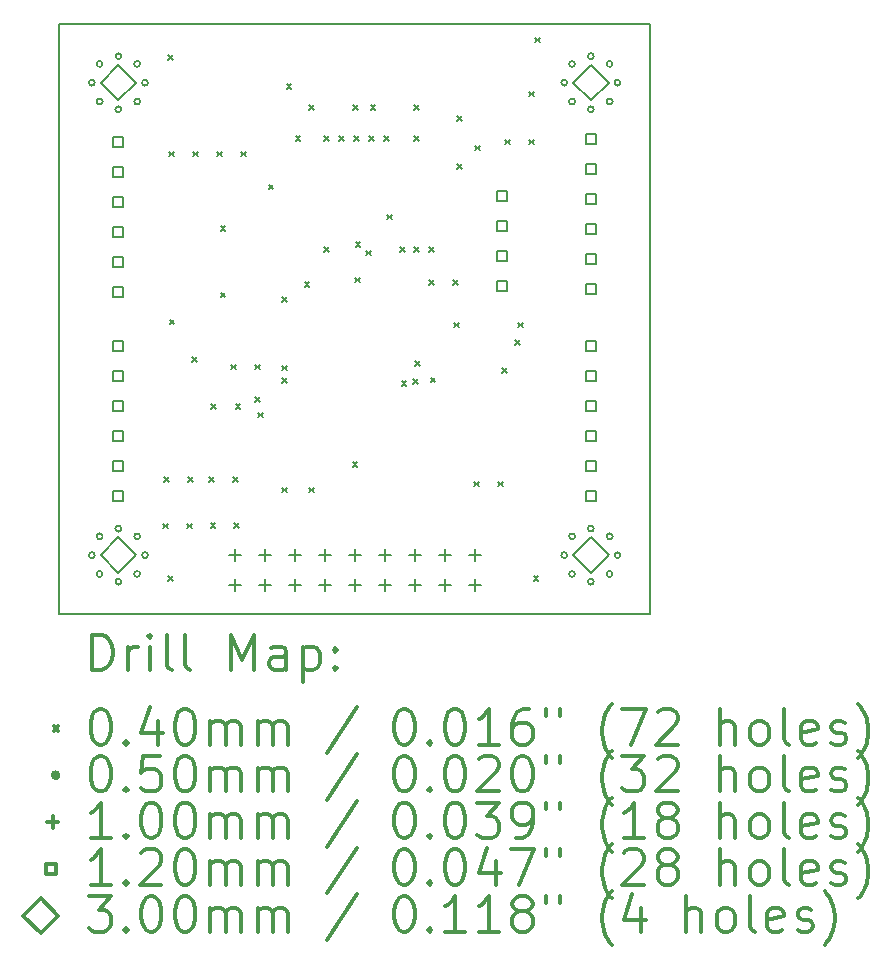
<source format=gbr>
%FSLAX45Y45*%
G04 Gerber Fmt 4.5, Leading zero omitted, Abs format (unit mm)*
G04 Created by KiCad (PCBNEW 5.0.0) date Sun Oct 21 13:39:20 2018*
%MOMM*%
%LPD*%
G01*
G04 APERTURE LIST*
%ADD10C,0.150000*%
%ADD11C,0.200000*%
%ADD12C,0.300000*%
G04 APERTURE END LIST*
D10*
X18000000Y-12500000D02*
X18000000Y-7500000D01*
X13000000Y-12500000D02*
X18000000Y-12500000D01*
X13000000Y-7500000D02*
X13000000Y-12500000D01*
X18000000Y-7500000D02*
X13000000Y-7500000D01*
D11*
X13880000Y-11732500D02*
X13920000Y-11772500D01*
X13920000Y-11732500D02*
X13880000Y-11772500D01*
X13885000Y-11340000D02*
X13925000Y-11380000D01*
X13925000Y-11340000D02*
X13885000Y-11380000D01*
X13920800Y-7768900D02*
X13960800Y-7808900D01*
X13960800Y-7768900D02*
X13920800Y-7808900D01*
X13920800Y-12179400D02*
X13960800Y-12219400D01*
X13960800Y-12179400D02*
X13920800Y-12219400D01*
X13932000Y-8583500D02*
X13972000Y-8623500D01*
X13972000Y-8583500D02*
X13932000Y-8623500D01*
X13933500Y-10005000D02*
X13973500Y-10045000D01*
X13973500Y-10005000D02*
X13933500Y-10045000D01*
X14080000Y-11732500D02*
X14120000Y-11772500D01*
X14120000Y-11732500D02*
X14080000Y-11772500D01*
X14090000Y-11340000D02*
X14130000Y-11380000D01*
X14130000Y-11340000D02*
X14090000Y-11380000D01*
X14124000Y-10322500D02*
X14164000Y-10362500D01*
X14164000Y-10322500D02*
X14124000Y-10362500D01*
X14135200Y-8583500D02*
X14175200Y-8623500D01*
X14175200Y-8583500D02*
X14135200Y-8623500D01*
X14267500Y-11340000D02*
X14307500Y-11380000D01*
X14307500Y-11340000D02*
X14267500Y-11380000D01*
X14280000Y-11730000D02*
X14320000Y-11770000D01*
X14320000Y-11730000D02*
X14280000Y-11770000D01*
X14287500Y-10720000D02*
X14327500Y-10760000D01*
X14327500Y-10720000D02*
X14287500Y-10760000D01*
X14338400Y-8583500D02*
X14378400Y-8623500D01*
X14378400Y-8583500D02*
X14338400Y-8623500D01*
X14365300Y-9217000D02*
X14405300Y-9257000D01*
X14405300Y-9217000D02*
X14365300Y-9257000D01*
X14365300Y-9777000D02*
X14405300Y-9817000D01*
X14405300Y-9777000D02*
X14365300Y-9817000D01*
X14453300Y-10386000D02*
X14493300Y-10426000D01*
X14493300Y-10386000D02*
X14453300Y-10426000D01*
X14472500Y-11340000D02*
X14512500Y-11380000D01*
X14512500Y-11340000D02*
X14472500Y-11380000D01*
X14480000Y-11730000D02*
X14520000Y-11770000D01*
X14520000Y-11730000D02*
X14480000Y-11770000D01*
X14492500Y-10720000D02*
X14532500Y-10760000D01*
X14532500Y-10720000D02*
X14492500Y-10760000D01*
X14541600Y-8583500D02*
X14581600Y-8623500D01*
X14581600Y-8583500D02*
X14541600Y-8623500D01*
X14655002Y-10659833D02*
X14695002Y-10699833D01*
X14695002Y-10659833D02*
X14655002Y-10699833D01*
X14658300Y-10386000D02*
X14698300Y-10426000D01*
X14698300Y-10386000D02*
X14658300Y-10426000D01*
X14682800Y-10792400D02*
X14722800Y-10832400D01*
X14722800Y-10792400D02*
X14682800Y-10832400D01*
X14771700Y-8862900D02*
X14811700Y-8902900D01*
X14811700Y-8862900D02*
X14771700Y-8902900D01*
X14883660Y-10502999D02*
X14923660Y-10542999D01*
X14923660Y-10502999D02*
X14883660Y-10542999D01*
X14886000Y-9814500D02*
X14926000Y-9854500D01*
X14926000Y-9814500D02*
X14886000Y-9854500D01*
X14886000Y-11428300D02*
X14926000Y-11468300D01*
X14926000Y-11428300D02*
X14886000Y-11468300D01*
X14888340Y-10396001D02*
X14928340Y-10436001D01*
X14928340Y-10396001D02*
X14888340Y-10436001D01*
X14924100Y-8010200D02*
X14964100Y-8050200D01*
X14964100Y-8010200D02*
X14924100Y-8050200D01*
X15000501Y-8452500D02*
X15040501Y-8492500D01*
X15040501Y-8452500D02*
X15000501Y-8492500D01*
X15076500Y-9687500D02*
X15116500Y-9727500D01*
X15116500Y-9687500D02*
X15076500Y-9727500D01*
X15114600Y-11428300D02*
X15154600Y-11468300D01*
X15154600Y-11428300D02*
X15114600Y-11468300D01*
X15117500Y-8192500D02*
X15157500Y-8232500D01*
X15157500Y-8192500D02*
X15117500Y-8232500D01*
X15244500Y-8452500D02*
X15284500Y-8492500D01*
X15284500Y-8452500D02*
X15244500Y-8492500D01*
X15244500Y-9392500D02*
X15284500Y-9432500D01*
X15284500Y-9392500D02*
X15244500Y-9432500D01*
X15371500Y-8452500D02*
X15411500Y-8492500D01*
X15411500Y-8452500D02*
X15371500Y-8492500D01*
X15482900Y-11210600D02*
X15522900Y-11250600D01*
X15522900Y-11210600D02*
X15482900Y-11250600D01*
X15490499Y-8192500D02*
X15530499Y-8232500D01*
X15530499Y-8192500D02*
X15490499Y-8232500D01*
X15498500Y-8452500D02*
X15538500Y-8492500D01*
X15538500Y-8452500D02*
X15498500Y-8492500D01*
X15507400Y-9649400D02*
X15547400Y-9689400D01*
X15547400Y-9649400D02*
X15507400Y-9689400D01*
X15508766Y-9348765D02*
X15548766Y-9388765D01*
X15548766Y-9348765D02*
X15508766Y-9388765D01*
X15596734Y-9421266D02*
X15636734Y-9461266D01*
X15636734Y-9421266D02*
X15596734Y-9461266D01*
X15625500Y-8452500D02*
X15665500Y-8492500D01*
X15665500Y-8452500D02*
X15625500Y-8492500D01*
X15635501Y-8192500D02*
X15675501Y-8232500D01*
X15675501Y-8192500D02*
X15635501Y-8232500D01*
X15752500Y-8452500D02*
X15792500Y-8492500D01*
X15792500Y-8452500D02*
X15752500Y-8492500D01*
X15775000Y-9116000D02*
X15815000Y-9156000D01*
X15815000Y-9116000D02*
X15775000Y-9156000D01*
X15883429Y-9392922D02*
X15923429Y-9432922D01*
X15923429Y-9392922D02*
X15883429Y-9432922D01*
X15897282Y-10527658D02*
X15937282Y-10567658D01*
X15937282Y-10527658D02*
X15897282Y-10567658D01*
X15997756Y-10511027D02*
X16037756Y-10551027D01*
X16037756Y-10511027D02*
X15997756Y-10551027D01*
X16006500Y-8192500D02*
X16046500Y-8232500D01*
X16046500Y-8192500D02*
X16006500Y-8232500D01*
X16006500Y-8452500D02*
X16046500Y-8492500D01*
X16046500Y-8452500D02*
X16006500Y-8492500D01*
X16006500Y-9392500D02*
X16046500Y-9432500D01*
X16046500Y-9392500D02*
X16006500Y-9432500D01*
X16009632Y-10356078D02*
X16049632Y-10396078D01*
X16049632Y-10356078D02*
X16009632Y-10396078D01*
X16130600Y-9673900D02*
X16170600Y-9713900D01*
X16170600Y-9673900D02*
X16130600Y-9713900D01*
X16133500Y-9392500D02*
X16173500Y-9432500D01*
X16173500Y-9392500D02*
X16133500Y-9432500D01*
X16142757Y-10496426D02*
X16182757Y-10536426D01*
X16182757Y-10496426D02*
X16142757Y-10536426D01*
X16333800Y-9673900D02*
X16373800Y-9713900D01*
X16373800Y-9673900D02*
X16333800Y-9713900D01*
X16343200Y-10030400D02*
X16383200Y-10070400D01*
X16383200Y-10030400D02*
X16343200Y-10070400D01*
X16370400Y-8280500D02*
X16410400Y-8320500D01*
X16410400Y-8280500D02*
X16370400Y-8320500D01*
X16370400Y-8686900D02*
X16410400Y-8726900D01*
X16410400Y-8686900D02*
X16370400Y-8726900D01*
X16511600Y-11377500D02*
X16551600Y-11417500D01*
X16551600Y-11377500D02*
X16511600Y-11417500D01*
X16522800Y-8533600D02*
X16562800Y-8573600D01*
X16562800Y-8533600D02*
X16522800Y-8573600D01*
X16714800Y-11377500D02*
X16754800Y-11417500D01*
X16754800Y-11377500D02*
X16714800Y-11417500D01*
X16747331Y-10416266D02*
X16787331Y-10456266D01*
X16787331Y-10416266D02*
X16747331Y-10456266D01*
X16776800Y-8481900D02*
X16816800Y-8521900D01*
X16816800Y-8481900D02*
X16776800Y-8521900D01*
X16860942Y-10179790D02*
X16900942Y-10219790D01*
X16900942Y-10179790D02*
X16860942Y-10219790D01*
X16883200Y-10030400D02*
X16923200Y-10070400D01*
X16923200Y-10030400D02*
X16883200Y-10070400D01*
X16980000Y-8075500D02*
X17020000Y-8115500D01*
X17020000Y-8075500D02*
X16980000Y-8115500D01*
X16980000Y-8481900D02*
X17020000Y-8521900D01*
X17020000Y-8481900D02*
X16980000Y-8521900D01*
X17016000Y-12175000D02*
X17056000Y-12215000D01*
X17056000Y-12175000D02*
X17016000Y-12215000D01*
X17030800Y-7619200D02*
X17070800Y-7659200D01*
X17070800Y-7619200D02*
X17030800Y-7659200D01*
X17300000Y-8000000D02*
G75*
G03X17300000Y-8000000I-25000J0D01*
G01*
X17365901Y-7840901D02*
G75*
G03X17365901Y-7840901I-25000J0D01*
G01*
X17365901Y-8159099D02*
G75*
G03X17365901Y-8159099I-25000J0D01*
G01*
X17525000Y-7775000D02*
G75*
G03X17525000Y-7775000I-25000J0D01*
G01*
X17525000Y-8225000D02*
G75*
G03X17525000Y-8225000I-25000J0D01*
G01*
X17684099Y-7840901D02*
G75*
G03X17684099Y-7840901I-25000J0D01*
G01*
X17684099Y-8159099D02*
G75*
G03X17684099Y-8159099I-25000J0D01*
G01*
X17750000Y-8000000D02*
G75*
G03X17750000Y-8000000I-25000J0D01*
G01*
X13300000Y-8000000D02*
G75*
G03X13300000Y-8000000I-25000J0D01*
G01*
X13365901Y-7840901D02*
G75*
G03X13365901Y-7840901I-25000J0D01*
G01*
X13365901Y-8159099D02*
G75*
G03X13365901Y-8159099I-25000J0D01*
G01*
X13525000Y-7775000D02*
G75*
G03X13525000Y-7775000I-25000J0D01*
G01*
X13525000Y-8225000D02*
G75*
G03X13525000Y-8225000I-25000J0D01*
G01*
X13684099Y-7840901D02*
G75*
G03X13684099Y-7840901I-25000J0D01*
G01*
X13684099Y-8159099D02*
G75*
G03X13684099Y-8159099I-25000J0D01*
G01*
X13750000Y-8000000D02*
G75*
G03X13750000Y-8000000I-25000J0D01*
G01*
X17300000Y-12000000D02*
G75*
G03X17300000Y-12000000I-25000J0D01*
G01*
X17365901Y-11840901D02*
G75*
G03X17365901Y-11840901I-25000J0D01*
G01*
X17365901Y-12159099D02*
G75*
G03X17365901Y-12159099I-25000J0D01*
G01*
X17525000Y-11775000D02*
G75*
G03X17525000Y-11775000I-25000J0D01*
G01*
X17525000Y-12225000D02*
G75*
G03X17525000Y-12225000I-25000J0D01*
G01*
X17684099Y-11840901D02*
G75*
G03X17684099Y-11840901I-25000J0D01*
G01*
X17684099Y-12159099D02*
G75*
G03X17684099Y-12159099I-25000J0D01*
G01*
X17750000Y-12000000D02*
G75*
G03X17750000Y-12000000I-25000J0D01*
G01*
X13300000Y-12000000D02*
G75*
G03X13300000Y-12000000I-25000J0D01*
G01*
X13365901Y-11840901D02*
G75*
G03X13365901Y-11840901I-25000J0D01*
G01*
X13365901Y-12159099D02*
G75*
G03X13365901Y-12159099I-25000J0D01*
G01*
X13525000Y-11775000D02*
G75*
G03X13525000Y-11775000I-25000J0D01*
G01*
X13525000Y-12225000D02*
G75*
G03X13525000Y-12225000I-25000J0D01*
G01*
X13684099Y-11840901D02*
G75*
G03X13684099Y-11840901I-25000J0D01*
G01*
X13684099Y-12159099D02*
G75*
G03X13684099Y-12159099I-25000J0D01*
G01*
X13750000Y-12000000D02*
G75*
G03X13750000Y-12000000I-25000J0D01*
G01*
X14484000Y-11950000D02*
X14484000Y-12050000D01*
X14434000Y-12000000D02*
X14534000Y-12000000D01*
X14484000Y-12204000D02*
X14484000Y-12304000D01*
X14434000Y-12254000D02*
X14534000Y-12254000D01*
X14738000Y-11950000D02*
X14738000Y-12050000D01*
X14688000Y-12000000D02*
X14788000Y-12000000D01*
X14738000Y-12204000D02*
X14738000Y-12304000D01*
X14688000Y-12254000D02*
X14788000Y-12254000D01*
X14992000Y-11950000D02*
X14992000Y-12050000D01*
X14942000Y-12000000D02*
X15042000Y-12000000D01*
X14992000Y-12204000D02*
X14992000Y-12304000D01*
X14942000Y-12254000D02*
X15042000Y-12254000D01*
X15246000Y-11950000D02*
X15246000Y-12050000D01*
X15196000Y-12000000D02*
X15296000Y-12000000D01*
X15246000Y-12204000D02*
X15246000Y-12304000D01*
X15196000Y-12254000D02*
X15296000Y-12254000D01*
X15500000Y-11950000D02*
X15500000Y-12050000D01*
X15450000Y-12000000D02*
X15550000Y-12000000D01*
X15500000Y-12204000D02*
X15500000Y-12304000D01*
X15450000Y-12254000D02*
X15550000Y-12254000D01*
X15754000Y-11950000D02*
X15754000Y-12050000D01*
X15704000Y-12000000D02*
X15804000Y-12000000D01*
X15754000Y-12204000D02*
X15754000Y-12304000D01*
X15704000Y-12254000D02*
X15804000Y-12254000D01*
X16008000Y-11950000D02*
X16008000Y-12050000D01*
X15958000Y-12000000D02*
X16058000Y-12000000D01*
X16008000Y-12204000D02*
X16008000Y-12304000D01*
X15958000Y-12254000D02*
X16058000Y-12254000D01*
X16262000Y-11950000D02*
X16262000Y-12050000D01*
X16212000Y-12000000D02*
X16312000Y-12000000D01*
X16262000Y-12204000D02*
X16262000Y-12304000D01*
X16212000Y-12254000D02*
X16312000Y-12254000D01*
X16516000Y-11950000D02*
X16516000Y-12050000D01*
X16466000Y-12000000D02*
X16566000Y-12000000D01*
X16516000Y-12204000D02*
X16516000Y-12304000D01*
X16466000Y-12254000D02*
X16566000Y-12254000D01*
X16788427Y-9002427D02*
X16788427Y-8917573D01*
X16703573Y-8917573D01*
X16703573Y-9002427D01*
X16788427Y-9002427D01*
X16788427Y-9256427D02*
X16788427Y-9171573D01*
X16703573Y-9171573D01*
X16703573Y-9256427D01*
X16788427Y-9256427D01*
X16788427Y-9510427D02*
X16788427Y-9425573D01*
X16703573Y-9425573D01*
X16703573Y-9510427D01*
X16788427Y-9510427D01*
X16788427Y-9764427D02*
X16788427Y-9679573D01*
X16703573Y-9679573D01*
X16703573Y-9764427D01*
X16788427Y-9764427D01*
X13542427Y-8542427D02*
X13542427Y-8457573D01*
X13457573Y-8457573D01*
X13457573Y-8542427D01*
X13542427Y-8542427D01*
X13542427Y-8796427D02*
X13542427Y-8711573D01*
X13457573Y-8711573D01*
X13457573Y-8796427D01*
X13542427Y-8796427D01*
X13542427Y-9050427D02*
X13542427Y-8965573D01*
X13457573Y-8965573D01*
X13457573Y-9050427D01*
X13542427Y-9050427D01*
X13542427Y-9304427D02*
X13542427Y-9219573D01*
X13457573Y-9219573D01*
X13457573Y-9304427D01*
X13542427Y-9304427D01*
X13542427Y-9558427D02*
X13542427Y-9473573D01*
X13457573Y-9473573D01*
X13457573Y-9558427D01*
X13542427Y-9558427D01*
X13542427Y-9812427D02*
X13542427Y-9727573D01*
X13457573Y-9727573D01*
X13457573Y-9812427D01*
X13542427Y-9812427D01*
X13542427Y-10272427D02*
X13542427Y-10187573D01*
X13457573Y-10187573D01*
X13457573Y-10272427D01*
X13542427Y-10272427D01*
X13542427Y-10526427D02*
X13542427Y-10441573D01*
X13457573Y-10441573D01*
X13457573Y-10526427D01*
X13542427Y-10526427D01*
X13542427Y-10780427D02*
X13542427Y-10695573D01*
X13457573Y-10695573D01*
X13457573Y-10780427D01*
X13542427Y-10780427D01*
X13542427Y-11034427D02*
X13542427Y-10949573D01*
X13457573Y-10949573D01*
X13457573Y-11034427D01*
X13542427Y-11034427D01*
X13542427Y-11288427D02*
X13542427Y-11203573D01*
X13457573Y-11203573D01*
X13457573Y-11288427D01*
X13542427Y-11288427D01*
X13542427Y-11542427D02*
X13542427Y-11457573D01*
X13457573Y-11457573D01*
X13457573Y-11542427D01*
X13542427Y-11542427D01*
X17542427Y-8522427D02*
X17542427Y-8437573D01*
X17457573Y-8437573D01*
X17457573Y-8522427D01*
X17542427Y-8522427D01*
X17542427Y-8776427D02*
X17542427Y-8691573D01*
X17457573Y-8691573D01*
X17457573Y-8776427D01*
X17542427Y-8776427D01*
X17542427Y-9030427D02*
X17542427Y-8945573D01*
X17457573Y-8945573D01*
X17457573Y-9030427D01*
X17542427Y-9030427D01*
X17542427Y-9284427D02*
X17542427Y-9199573D01*
X17457573Y-9199573D01*
X17457573Y-9284427D01*
X17542427Y-9284427D01*
X17542427Y-9538427D02*
X17542427Y-9453573D01*
X17457573Y-9453573D01*
X17457573Y-9538427D01*
X17542427Y-9538427D01*
X17542427Y-9792427D02*
X17542427Y-9707573D01*
X17457573Y-9707573D01*
X17457573Y-9792427D01*
X17542427Y-9792427D01*
X17542427Y-10272427D02*
X17542427Y-10187573D01*
X17457573Y-10187573D01*
X17457573Y-10272427D01*
X17542427Y-10272427D01*
X17542427Y-10526427D02*
X17542427Y-10441573D01*
X17457573Y-10441573D01*
X17457573Y-10526427D01*
X17542427Y-10526427D01*
X17542427Y-10780427D02*
X17542427Y-10695573D01*
X17457573Y-10695573D01*
X17457573Y-10780427D01*
X17542427Y-10780427D01*
X17542427Y-11034427D02*
X17542427Y-10949573D01*
X17457573Y-10949573D01*
X17457573Y-11034427D01*
X17542427Y-11034427D01*
X17542427Y-11288427D02*
X17542427Y-11203573D01*
X17457573Y-11203573D01*
X17457573Y-11288427D01*
X17542427Y-11288427D01*
X17542427Y-11542427D02*
X17542427Y-11457573D01*
X17457573Y-11457573D01*
X17457573Y-11542427D01*
X17542427Y-11542427D01*
X17500000Y-8150000D02*
X17650000Y-8000000D01*
X17500000Y-7850000D01*
X17350000Y-8000000D01*
X17500000Y-8150000D01*
X13500000Y-8150000D02*
X13650000Y-8000000D01*
X13500000Y-7850000D01*
X13350000Y-8000000D01*
X13500000Y-8150000D01*
X17500000Y-12150000D02*
X17650000Y-12000000D01*
X17500000Y-11850000D01*
X17350000Y-12000000D01*
X17500000Y-12150000D01*
X13500000Y-12150000D02*
X13650000Y-12000000D01*
X13500000Y-11850000D01*
X13350000Y-12000000D01*
X13500000Y-12150000D01*
D12*
X13278928Y-12973214D02*
X13278928Y-12673214D01*
X13350357Y-12673214D01*
X13393214Y-12687500D01*
X13421786Y-12716071D01*
X13436071Y-12744643D01*
X13450357Y-12801786D01*
X13450357Y-12844643D01*
X13436071Y-12901786D01*
X13421786Y-12930357D01*
X13393214Y-12958929D01*
X13350357Y-12973214D01*
X13278928Y-12973214D01*
X13578928Y-12973214D02*
X13578928Y-12773214D01*
X13578928Y-12830357D02*
X13593214Y-12801786D01*
X13607500Y-12787500D01*
X13636071Y-12773214D01*
X13664643Y-12773214D01*
X13764643Y-12973214D02*
X13764643Y-12773214D01*
X13764643Y-12673214D02*
X13750357Y-12687500D01*
X13764643Y-12701786D01*
X13778928Y-12687500D01*
X13764643Y-12673214D01*
X13764643Y-12701786D01*
X13950357Y-12973214D02*
X13921786Y-12958929D01*
X13907500Y-12930357D01*
X13907500Y-12673214D01*
X14107500Y-12973214D02*
X14078928Y-12958929D01*
X14064643Y-12930357D01*
X14064643Y-12673214D01*
X14450357Y-12973214D02*
X14450357Y-12673214D01*
X14550357Y-12887500D01*
X14650357Y-12673214D01*
X14650357Y-12973214D01*
X14921786Y-12973214D02*
X14921786Y-12816071D01*
X14907500Y-12787500D01*
X14878928Y-12773214D01*
X14821786Y-12773214D01*
X14793214Y-12787500D01*
X14921786Y-12958929D02*
X14893214Y-12973214D01*
X14821786Y-12973214D01*
X14793214Y-12958929D01*
X14778928Y-12930357D01*
X14778928Y-12901786D01*
X14793214Y-12873214D01*
X14821786Y-12858929D01*
X14893214Y-12858929D01*
X14921786Y-12844643D01*
X15064643Y-12773214D02*
X15064643Y-13073214D01*
X15064643Y-12787500D02*
X15093214Y-12773214D01*
X15150357Y-12773214D01*
X15178928Y-12787500D01*
X15193214Y-12801786D01*
X15207500Y-12830357D01*
X15207500Y-12916071D01*
X15193214Y-12944643D01*
X15178928Y-12958929D01*
X15150357Y-12973214D01*
X15093214Y-12973214D01*
X15064643Y-12958929D01*
X15336071Y-12944643D02*
X15350357Y-12958929D01*
X15336071Y-12973214D01*
X15321786Y-12958929D01*
X15336071Y-12944643D01*
X15336071Y-12973214D01*
X15336071Y-12787500D02*
X15350357Y-12801786D01*
X15336071Y-12816071D01*
X15321786Y-12801786D01*
X15336071Y-12787500D01*
X15336071Y-12816071D01*
X12952500Y-13447500D02*
X12992500Y-13487500D01*
X12992500Y-13447500D02*
X12952500Y-13487500D01*
X13336071Y-13303214D02*
X13364643Y-13303214D01*
X13393214Y-13317500D01*
X13407500Y-13331786D01*
X13421786Y-13360357D01*
X13436071Y-13417500D01*
X13436071Y-13488929D01*
X13421786Y-13546071D01*
X13407500Y-13574643D01*
X13393214Y-13588929D01*
X13364643Y-13603214D01*
X13336071Y-13603214D01*
X13307500Y-13588929D01*
X13293214Y-13574643D01*
X13278928Y-13546071D01*
X13264643Y-13488929D01*
X13264643Y-13417500D01*
X13278928Y-13360357D01*
X13293214Y-13331786D01*
X13307500Y-13317500D01*
X13336071Y-13303214D01*
X13564643Y-13574643D02*
X13578928Y-13588929D01*
X13564643Y-13603214D01*
X13550357Y-13588929D01*
X13564643Y-13574643D01*
X13564643Y-13603214D01*
X13836071Y-13403214D02*
X13836071Y-13603214D01*
X13764643Y-13288929D02*
X13693214Y-13503214D01*
X13878928Y-13503214D01*
X14050357Y-13303214D02*
X14078928Y-13303214D01*
X14107500Y-13317500D01*
X14121786Y-13331786D01*
X14136071Y-13360357D01*
X14150357Y-13417500D01*
X14150357Y-13488929D01*
X14136071Y-13546071D01*
X14121786Y-13574643D01*
X14107500Y-13588929D01*
X14078928Y-13603214D01*
X14050357Y-13603214D01*
X14021786Y-13588929D01*
X14007500Y-13574643D01*
X13993214Y-13546071D01*
X13978928Y-13488929D01*
X13978928Y-13417500D01*
X13993214Y-13360357D01*
X14007500Y-13331786D01*
X14021786Y-13317500D01*
X14050357Y-13303214D01*
X14278928Y-13603214D02*
X14278928Y-13403214D01*
X14278928Y-13431786D02*
X14293214Y-13417500D01*
X14321786Y-13403214D01*
X14364643Y-13403214D01*
X14393214Y-13417500D01*
X14407500Y-13446071D01*
X14407500Y-13603214D01*
X14407500Y-13446071D02*
X14421786Y-13417500D01*
X14450357Y-13403214D01*
X14493214Y-13403214D01*
X14521786Y-13417500D01*
X14536071Y-13446071D01*
X14536071Y-13603214D01*
X14678928Y-13603214D02*
X14678928Y-13403214D01*
X14678928Y-13431786D02*
X14693214Y-13417500D01*
X14721786Y-13403214D01*
X14764643Y-13403214D01*
X14793214Y-13417500D01*
X14807500Y-13446071D01*
X14807500Y-13603214D01*
X14807500Y-13446071D02*
X14821786Y-13417500D01*
X14850357Y-13403214D01*
X14893214Y-13403214D01*
X14921786Y-13417500D01*
X14936071Y-13446071D01*
X14936071Y-13603214D01*
X15521786Y-13288929D02*
X15264643Y-13674643D01*
X15907500Y-13303214D02*
X15936071Y-13303214D01*
X15964643Y-13317500D01*
X15978928Y-13331786D01*
X15993214Y-13360357D01*
X16007500Y-13417500D01*
X16007500Y-13488929D01*
X15993214Y-13546071D01*
X15978928Y-13574643D01*
X15964643Y-13588929D01*
X15936071Y-13603214D01*
X15907500Y-13603214D01*
X15878928Y-13588929D01*
X15864643Y-13574643D01*
X15850357Y-13546071D01*
X15836071Y-13488929D01*
X15836071Y-13417500D01*
X15850357Y-13360357D01*
X15864643Y-13331786D01*
X15878928Y-13317500D01*
X15907500Y-13303214D01*
X16136071Y-13574643D02*
X16150357Y-13588929D01*
X16136071Y-13603214D01*
X16121786Y-13588929D01*
X16136071Y-13574643D01*
X16136071Y-13603214D01*
X16336071Y-13303214D02*
X16364643Y-13303214D01*
X16393214Y-13317500D01*
X16407500Y-13331786D01*
X16421786Y-13360357D01*
X16436071Y-13417500D01*
X16436071Y-13488929D01*
X16421786Y-13546071D01*
X16407500Y-13574643D01*
X16393214Y-13588929D01*
X16364643Y-13603214D01*
X16336071Y-13603214D01*
X16307500Y-13588929D01*
X16293214Y-13574643D01*
X16278928Y-13546071D01*
X16264643Y-13488929D01*
X16264643Y-13417500D01*
X16278928Y-13360357D01*
X16293214Y-13331786D01*
X16307500Y-13317500D01*
X16336071Y-13303214D01*
X16721786Y-13603214D02*
X16550357Y-13603214D01*
X16636071Y-13603214D02*
X16636071Y-13303214D01*
X16607500Y-13346071D01*
X16578928Y-13374643D01*
X16550357Y-13388929D01*
X16978928Y-13303214D02*
X16921786Y-13303214D01*
X16893214Y-13317500D01*
X16878928Y-13331786D01*
X16850357Y-13374643D01*
X16836071Y-13431786D01*
X16836071Y-13546071D01*
X16850357Y-13574643D01*
X16864643Y-13588929D01*
X16893214Y-13603214D01*
X16950357Y-13603214D01*
X16978928Y-13588929D01*
X16993214Y-13574643D01*
X17007500Y-13546071D01*
X17007500Y-13474643D01*
X16993214Y-13446071D01*
X16978928Y-13431786D01*
X16950357Y-13417500D01*
X16893214Y-13417500D01*
X16864643Y-13431786D01*
X16850357Y-13446071D01*
X16836071Y-13474643D01*
X17121786Y-13303214D02*
X17121786Y-13360357D01*
X17236071Y-13303214D02*
X17236071Y-13360357D01*
X17678928Y-13717500D02*
X17664643Y-13703214D01*
X17636071Y-13660357D01*
X17621786Y-13631786D01*
X17607500Y-13588929D01*
X17593214Y-13517500D01*
X17593214Y-13460357D01*
X17607500Y-13388929D01*
X17621786Y-13346071D01*
X17636071Y-13317500D01*
X17664643Y-13274643D01*
X17678928Y-13260357D01*
X17764643Y-13303214D02*
X17964643Y-13303214D01*
X17836071Y-13603214D01*
X18064643Y-13331786D02*
X18078928Y-13317500D01*
X18107500Y-13303214D01*
X18178928Y-13303214D01*
X18207500Y-13317500D01*
X18221786Y-13331786D01*
X18236071Y-13360357D01*
X18236071Y-13388929D01*
X18221786Y-13431786D01*
X18050357Y-13603214D01*
X18236071Y-13603214D01*
X18593214Y-13603214D02*
X18593214Y-13303214D01*
X18721786Y-13603214D02*
X18721786Y-13446071D01*
X18707500Y-13417500D01*
X18678928Y-13403214D01*
X18636071Y-13403214D01*
X18607500Y-13417500D01*
X18593214Y-13431786D01*
X18907500Y-13603214D02*
X18878928Y-13588929D01*
X18864643Y-13574643D01*
X18850357Y-13546071D01*
X18850357Y-13460357D01*
X18864643Y-13431786D01*
X18878928Y-13417500D01*
X18907500Y-13403214D01*
X18950357Y-13403214D01*
X18978928Y-13417500D01*
X18993214Y-13431786D01*
X19007500Y-13460357D01*
X19007500Y-13546071D01*
X18993214Y-13574643D01*
X18978928Y-13588929D01*
X18950357Y-13603214D01*
X18907500Y-13603214D01*
X19178928Y-13603214D02*
X19150357Y-13588929D01*
X19136071Y-13560357D01*
X19136071Y-13303214D01*
X19407500Y-13588929D02*
X19378928Y-13603214D01*
X19321786Y-13603214D01*
X19293214Y-13588929D01*
X19278928Y-13560357D01*
X19278928Y-13446071D01*
X19293214Y-13417500D01*
X19321786Y-13403214D01*
X19378928Y-13403214D01*
X19407500Y-13417500D01*
X19421786Y-13446071D01*
X19421786Y-13474643D01*
X19278928Y-13503214D01*
X19536071Y-13588929D02*
X19564643Y-13603214D01*
X19621786Y-13603214D01*
X19650357Y-13588929D01*
X19664643Y-13560357D01*
X19664643Y-13546071D01*
X19650357Y-13517500D01*
X19621786Y-13503214D01*
X19578928Y-13503214D01*
X19550357Y-13488929D01*
X19536071Y-13460357D01*
X19536071Y-13446071D01*
X19550357Y-13417500D01*
X19578928Y-13403214D01*
X19621786Y-13403214D01*
X19650357Y-13417500D01*
X19764643Y-13717500D02*
X19778928Y-13703214D01*
X19807500Y-13660357D01*
X19821786Y-13631786D01*
X19836071Y-13588929D01*
X19850357Y-13517500D01*
X19850357Y-13460357D01*
X19836071Y-13388929D01*
X19821786Y-13346071D01*
X19807500Y-13317500D01*
X19778928Y-13274643D01*
X19764643Y-13260357D01*
X12992500Y-13863500D02*
G75*
G03X12992500Y-13863500I-25000J0D01*
G01*
X13336071Y-13699214D02*
X13364643Y-13699214D01*
X13393214Y-13713500D01*
X13407500Y-13727786D01*
X13421786Y-13756357D01*
X13436071Y-13813500D01*
X13436071Y-13884929D01*
X13421786Y-13942071D01*
X13407500Y-13970643D01*
X13393214Y-13984929D01*
X13364643Y-13999214D01*
X13336071Y-13999214D01*
X13307500Y-13984929D01*
X13293214Y-13970643D01*
X13278928Y-13942071D01*
X13264643Y-13884929D01*
X13264643Y-13813500D01*
X13278928Y-13756357D01*
X13293214Y-13727786D01*
X13307500Y-13713500D01*
X13336071Y-13699214D01*
X13564643Y-13970643D02*
X13578928Y-13984929D01*
X13564643Y-13999214D01*
X13550357Y-13984929D01*
X13564643Y-13970643D01*
X13564643Y-13999214D01*
X13850357Y-13699214D02*
X13707500Y-13699214D01*
X13693214Y-13842071D01*
X13707500Y-13827786D01*
X13736071Y-13813500D01*
X13807500Y-13813500D01*
X13836071Y-13827786D01*
X13850357Y-13842071D01*
X13864643Y-13870643D01*
X13864643Y-13942071D01*
X13850357Y-13970643D01*
X13836071Y-13984929D01*
X13807500Y-13999214D01*
X13736071Y-13999214D01*
X13707500Y-13984929D01*
X13693214Y-13970643D01*
X14050357Y-13699214D02*
X14078928Y-13699214D01*
X14107500Y-13713500D01*
X14121786Y-13727786D01*
X14136071Y-13756357D01*
X14150357Y-13813500D01*
X14150357Y-13884929D01*
X14136071Y-13942071D01*
X14121786Y-13970643D01*
X14107500Y-13984929D01*
X14078928Y-13999214D01*
X14050357Y-13999214D01*
X14021786Y-13984929D01*
X14007500Y-13970643D01*
X13993214Y-13942071D01*
X13978928Y-13884929D01*
X13978928Y-13813500D01*
X13993214Y-13756357D01*
X14007500Y-13727786D01*
X14021786Y-13713500D01*
X14050357Y-13699214D01*
X14278928Y-13999214D02*
X14278928Y-13799214D01*
X14278928Y-13827786D02*
X14293214Y-13813500D01*
X14321786Y-13799214D01*
X14364643Y-13799214D01*
X14393214Y-13813500D01*
X14407500Y-13842071D01*
X14407500Y-13999214D01*
X14407500Y-13842071D02*
X14421786Y-13813500D01*
X14450357Y-13799214D01*
X14493214Y-13799214D01*
X14521786Y-13813500D01*
X14536071Y-13842071D01*
X14536071Y-13999214D01*
X14678928Y-13999214D02*
X14678928Y-13799214D01*
X14678928Y-13827786D02*
X14693214Y-13813500D01*
X14721786Y-13799214D01*
X14764643Y-13799214D01*
X14793214Y-13813500D01*
X14807500Y-13842071D01*
X14807500Y-13999214D01*
X14807500Y-13842071D02*
X14821786Y-13813500D01*
X14850357Y-13799214D01*
X14893214Y-13799214D01*
X14921786Y-13813500D01*
X14936071Y-13842071D01*
X14936071Y-13999214D01*
X15521786Y-13684929D02*
X15264643Y-14070643D01*
X15907500Y-13699214D02*
X15936071Y-13699214D01*
X15964643Y-13713500D01*
X15978928Y-13727786D01*
X15993214Y-13756357D01*
X16007500Y-13813500D01*
X16007500Y-13884929D01*
X15993214Y-13942071D01*
X15978928Y-13970643D01*
X15964643Y-13984929D01*
X15936071Y-13999214D01*
X15907500Y-13999214D01*
X15878928Y-13984929D01*
X15864643Y-13970643D01*
X15850357Y-13942071D01*
X15836071Y-13884929D01*
X15836071Y-13813500D01*
X15850357Y-13756357D01*
X15864643Y-13727786D01*
X15878928Y-13713500D01*
X15907500Y-13699214D01*
X16136071Y-13970643D02*
X16150357Y-13984929D01*
X16136071Y-13999214D01*
X16121786Y-13984929D01*
X16136071Y-13970643D01*
X16136071Y-13999214D01*
X16336071Y-13699214D02*
X16364643Y-13699214D01*
X16393214Y-13713500D01*
X16407500Y-13727786D01*
X16421786Y-13756357D01*
X16436071Y-13813500D01*
X16436071Y-13884929D01*
X16421786Y-13942071D01*
X16407500Y-13970643D01*
X16393214Y-13984929D01*
X16364643Y-13999214D01*
X16336071Y-13999214D01*
X16307500Y-13984929D01*
X16293214Y-13970643D01*
X16278928Y-13942071D01*
X16264643Y-13884929D01*
X16264643Y-13813500D01*
X16278928Y-13756357D01*
X16293214Y-13727786D01*
X16307500Y-13713500D01*
X16336071Y-13699214D01*
X16550357Y-13727786D02*
X16564643Y-13713500D01*
X16593214Y-13699214D01*
X16664643Y-13699214D01*
X16693214Y-13713500D01*
X16707500Y-13727786D01*
X16721786Y-13756357D01*
X16721786Y-13784929D01*
X16707500Y-13827786D01*
X16536071Y-13999214D01*
X16721786Y-13999214D01*
X16907500Y-13699214D02*
X16936071Y-13699214D01*
X16964643Y-13713500D01*
X16978928Y-13727786D01*
X16993214Y-13756357D01*
X17007500Y-13813500D01*
X17007500Y-13884929D01*
X16993214Y-13942071D01*
X16978928Y-13970643D01*
X16964643Y-13984929D01*
X16936071Y-13999214D01*
X16907500Y-13999214D01*
X16878928Y-13984929D01*
X16864643Y-13970643D01*
X16850357Y-13942071D01*
X16836071Y-13884929D01*
X16836071Y-13813500D01*
X16850357Y-13756357D01*
X16864643Y-13727786D01*
X16878928Y-13713500D01*
X16907500Y-13699214D01*
X17121786Y-13699214D02*
X17121786Y-13756357D01*
X17236071Y-13699214D02*
X17236071Y-13756357D01*
X17678928Y-14113500D02*
X17664643Y-14099214D01*
X17636071Y-14056357D01*
X17621786Y-14027786D01*
X17607500Y-13984929D01*
X17593214Y-13913500D01*
X17593214Y-13856357D01*
X17607500Y-13784929D01*
X17621786Y-13742071D01*
X17636071Y-13713500D01*
X17664643Y-13670643D01*
X17678928Y-13656357D01*
X17764643Y-13699214D02*
X17950357Y-13699214D01*
X17850357Y-13813500D01*
X17893214Y-13813500D01*
X17921786Y-13827786D01*
X17936071Y-13842071D01*
X17950357Y-13870643D01*
X17950357Y-13942071D01*
X17936071Y-13970643D01*
X17921786Y-13984929D01*
X17893214Y-13999214D01*
X17807500Y-13999214D01*
X17778928Y-13984929D01*
X17764643Y-13970643D01*
X18064643Y-13727786D02*
X18078928Y-13713500D01*
X18107500Y-13699214D01*
X18178928Y-13699214D01*
X18207500Y-13713500D01*
X18221786Y-13727786D01*
X18236071Y-13756357D01*
X18236071Y-13784929D01*
X18221786Y-13827786D01*
X18050357Y-13999214D01*
X18236071Y-13999214D01*
X18593214Y-13999214D02*
X18593214Y-13699214D01*
X18721786Y-13999214D02*
X18721786Y-13842071D01*
X18707500Y-13813500D01*
X18678928Y-13799214D01*
X18636071Y-13799214D01*
X18607500Y-13813500D01*
X18593214Y-13827786D01*
X18907500Y-13999214D02*
X18878928Y-13984929D01*
X18864643Y-13970643D01*
X18850357Y-13942071D01*
X18850357Y-13856357D01*
X18864643Y-13827786D01*
X18878928Y-13813500D01*
X18907500Y-13799214D01*
X18950357Y-13799214D01*
X18978928Y-13813500D01*
X18993214Y-13827786D01*
X19007500Y-13856357D01*
X19007500Y-13942071D01*
X18993214Y-13970643D01*
X18978928Y-13984929D01*
X18950357Y-13999214D01*
X18907500Y-13999214D01*
X19178928Y-13999214D02*
X19150357Y-13984929D01*
X19136071Y-13956357D01*
X19136071Y-13699214D01*
X19407500Y-13984929D02*
X19378928Y-13999214D01*
X19321786Y-13999214D01*
X19293214Y-13984929D01*
X19278928Y-13956357D01*
X19278928Y-13842071D01*
X19293214Y-13813500D01*
X19321786Y-13799214D01*
X19378928Y-13799214D01*
X19407500Y-13813500D01*
X19421786Y-13842071D01*
X19421786Y-13870643D01*
X19278928Y-13899214D01*
X19536071Y-13984929D02*
X19564643Y-13999214D01*
X19621786Y-13999214D01*
X19650357Y-13984929D01*
X19664643Y-13956357D01*
X19664643Y-13942071D01*
X19650357Y-13913500D01*
X19621786Y-13899214D01*
X19578928Y-13899214D01*
X19550357Y-13884929D01*
X19536071Y-13856357D01*
X19536071Y-13842071D01*
X19550357Y-13813500D01*
X19578928Y-13799214D01*
X19621786Y-13799214D01*
X19650357Y-13813500D01*
X19764643Y-14113500D02*
X19778928Y-14099214D01*
X19807500Y-14056357D01*
X19821786Y-14027786D01*
X19836071Y-13984929D01*
X19850357Y-13913500D01*
X19850357Y-13856357D01*
X19836071Y-13784929D01*
X19821786Y-13742071D01*
X19807500Y-13713500D01*
X19778928Y-13670643D01*
X19764643Y-13656357D01*
X12942500Y-14209500D02*
X12942500Y-14309500D01*
X12892500Y-14259500D02*
X12992500Y-14259500D01*
X13436071Y-14395214D02*
X13264643Y-14395214D01*
X13350357Y-14395214D02*
X13350357Y-14095214D01*
X13321786Y-14138071D01*
X13293214Y-14166643D01*
X13264643Y-14180929D01*
X13564643Y-14366643D02*
X13578928Y-14380929D01*
X13564643Y-14395214D01*
X13550357Y-14380929D01*
X13564643Y-14366643D01*
X13564643Y-14395214D01*
X13764643Y-14095214D02*
X13793214Y-14095214D01*
X13821786Y-14109500D01*
X13836071Y-14123786D01*
X13850357Y-14152357D01*
X13864643Y-14209500D01*
X13864643Y-14280929D01*
X13850357Y-14338071D01*
X13836071Y-14366643D01*
X13821786Y-14380929D01*
X13793214Y-14395214D01*
X13764643Y-14395214D01*
X13736071Y-14380929D01*
X13721786Y-14366643D01*
X13707500Y-14338071D01*
X13693214Y-14280929D01*
X13693214Y-14209500D01*
X13707500Y-14152357D01*
X13721786Y-14123786D01*
X13736071Y-14109500D01*
X13764643Y-14095214D01*
X14050357Y-14095214D02*
X14078928Y-14095214D01*
X14107500Y-14109500D01*
X14121786Y-14123786D01*
X14136071Y-14152357D01*
X14150357Y-14209500D01*
X14150357Y-14280929D01*
X14136071Y-14338071D01*
X14121786Y-14366643D01*
X14107500Y-14380929D01*
X14078928Y-14395214D01*
X14050357Y-14395214D01*
X14021786Y-14380929D01*
X14007500Y-14366643D01*
X13993214Y-14338071D01*
X13978928Y-14280929D01*
X13978928Y-14209500D01*
X13993214Y-14152357D01*
X14007500Y-14123786D01*
X14021786Y-14109500D01*
X14050357Y-14095214D01*
X14278928Y-14395214D02*
X14278928Y-14195214D01*
X14278928Y-14223786D02*
X14293214Y-14209500D01*
X14321786Y-14195214D01*
X14364643Y-14195214D01*
X14393214Y-14209500D01*
X14407500Y-14238071D01*
X14407500Y-14395214D01*
X14407500Y-14238071D02*
X14421786Y-14209500D01*
X14450357Y-14195214D01*
X14493214Y-14195214D01*
X14521786Y-14209500D01*
X14536071Y-14238071D01*
X14536071Y-14395214D01*
X14678928Y-14395214D02*
X14678928Y-14195214D01*
X14678928Y-14223786D02*
X14693214Y-14209500D01*
X14721786Y-14195214D01*
X14764643Y-14195214D01*
X14793214Y-14209500D01*
X14807500Y-14238071D01*
X14807500Y-14395214D01*
X14807500Y-14238071D02*
X14821786Y-14209500D01*
X14850357Y-14195214D01*
X14893214Y-14195214D01*
X14921786Y-14209500D01*
X14936071Y-14238071D01*
X14936071Y-14395214D01*
X15521786Y-14080929D02*
X15264643Y-14466643D01*
X15907500Y-14095214D02*
X15936071Y-14095214D01*
X15964643Y-14109500D01*
X15978928Y-14123786D01*
X15993214Y-14152357D01*
X16007500Y-14209500D01*
X16007500Y-14280929D01*
X15993214Y-14338071D01*
X15978928Y-14366643D01*
X15964643Y-14380929D01*
X15936071Y-14395214D01*
X15907500Y-14395214D01*
X15878928Y-14380929D01*
X15864643Y-14366643D01*
X15850357Y-14338071D01*
X15836071Y-14280929D01*
X15836071Y-14209500D01*
X15850357Y-14152357D01*
X15864643Y-14123786D01*
X15878928Y-14109500D01*
X15907500Y-14095214D01*
X16136071Y-14366643D02*
X16150357Y-14380929D01*
X16136071Y-14395214D01*
X16121786Y-14380929D01*
X16136071Y-14366643D01*
X16136071Y-14395214D01*
X16336071Y-14095214D02*
X16364643Y-14095214D01*
X16393214Y-14109500D01*
X16407500Y-14123786D01*
X16421786Y-14152357D01*
X16436071Y-14209500D01*
X16436071Y-14280929D01*
X16421786Y-14338071D01*
X16407500Y-14366643D01*
X16393214Y-14380929D01*
X16364643Y-14395214D01*
X16336071Y-14395214D01*
X16307500Y-14380929D01*
X16293214Y-14366643D01*
X16278928Y-14338071D01*
X16264643Y-14280929D01*
X16264643Y-14209500D01*
X16278928Y-14152357D01*
X16293214Y-14123786D01*
X16307500Y-14109500D01*
X16336071Y-14095214D01*
X16536071Y-14095214D02*
X16721786Y-14095214D01*
X16621786Y-14209500D01*
X16664643Y-14209500D01*
X16693214Y-14223786D01*
X16707500Y-14238071D01*
X16721786Y-14266643D01*
X16721786Y-14338071D01*
X16707500Y-14366643D01*
X16693214Y-14380929D01*
X16664643Y-14395214D01*
X16578928Y-14395214D01*
X16550357Y-14380929D01*
X16536071Y-14366643D01*
X16864643Y-14395214D02*
X16921786Y-14395214D01*
X16950357Y-14380929D01*
X16964643Y-14366643D01*
X16993214Y-14323786D01*
X17007500Y-14266643D01*
X17007500Y-14152357D01*
X16993214Y-14123786D01*
X16978928Y-14109500D01*
X16950357Y-14095214D01*
X16893214Y-14095214D01*
X16864643Y-14109500D01*
X16850357Y-14123786D01*
X16836071Y-14152357D01*
X16836071Y-14223786D01*
X16850357Y-14252357D01*
X16864643Y-14266643D01*
X16893214Y-14280929D01*
X16950357Y-14280929D01*
X16978928Y-14266643D01*
X16993214Y-14252357D01*
X17007500Y-14223786D01*
X17121786Y-14095214D02*
X17121786Y-14152357D01*
X17236071Y-14095214D02*
X17236071Y-14152357D01*
X17678928Y-14509500D02*
X17664643Y-14495214D01*
X17636071Y-14452357D01*
X17621786Y-14423786D01*
X17607500Y-14380929D01*
X17593214Y-14309500D01*
X17593214Y-14252357D01*
X17607500Y-14180929D01*
X17621786Y-14138071D01*
X17636071Y-14109500D01*
X17664643Y-14066643D01*
X17678928Y-14052357D01*
X17950357Y-14395214D02*
X17778928Y-14395214D01*
X17864643Y-14395214D02*
X17864643Y-14095214D01*
X17836071Y-14138071D01*
X17807500Y-14166643D01*
X17778928Y-14180929D01*
X18121786Y-14223786D02*
X18093214Y-14209500D01*
X18078928Y-14195214D01*
X18064643Y-14166643D01*
X18064643Y-14152357D01*
X18078928Y-14123786D01*
X18093214Y-14109500D01*
X18121786Y-14095214D01*
X18178928Y-14095214D01*
X18207500Y-14109500D01*
X18221786Y-14123786D01*
X18236071Y-14152357D01*
X18236071Y-14166643D01*
X18221786Y-14195214D01*
X18207500Y-14209500D01*
X18178928Y-14223786D01*
X18121786Y-14223786D01*
X18093214Y-14238071D01*
X18078928Y-14252357D01*
X18064643Y-14280929D01*
X18064643Y-14338071D01*
X18078928Y-14366643D01*
X18093214Y-14380929D01*
X18121786Y-14395214D01*
X18178928Y-14395214D01*
X18207500Y-14380929D01*
X18221786Y-14366643D01*
X18236071Y-14338071D01*
X18236071Y-14280929D01*
X18221786Y-14252357D01*
X18207500Y-14238071D01*
X18178928Y-14223786D01*
X18593214Y-14395214D02*
X18593214Y-14095214D01*
X18721786Y-14395214D02*
X18721786Y-14238071D01*
X18707500Y-14209500D01*
X18678928Y-14195214D01*
X18636071Y-14195214D01*
X18607500Y-14209500D01*
X18593214Y-14223786D01*
X18907500Y-14395214D02*
X18878928Y-14380929D01*
X18864643Y-14366643D01*
X18850357Y-14338071D01*
X18850357Y-14252357D01*
X18864643Y-14223786D01*
X18878928Y-14209500D01*
X18907500Y-14195214D01*
X18950357Y-14195214D01*
X18978928Y-14209500D01*
X18993214Y-14223786D01*
X19007500Y-14252357D01*
X19007500Y-14338071D01*
X18993214Y-14366643D01*
X18978928Y-14380929D01*
X18950357Y-14395214D01*
X18907500Y-14395214D01*
X19178928Y-14395214D02*
X19150357Y-14380929D01*
X19136071Y-14352357D01*
X19136071Y-14095214D01*
X19407500Y-14380929D02*
X19378928Y-14395214D01*
X19321786Y-14395214D01*
X19293214Y-14380929D01*
X19278928Y-14352357D01*
X19278928Y-14238071D01*
X19293214Y-14209500D01*
X19321786Y-14195214D01*
X19378928Y-14195214D01*
X19407500Y-14209500D01*
X19421786Y-14238071D01*
X19421786Y-14266643D01*
X19278928Y-14295214D01*
X19536071Y-14380929D02*
X19564643Y-14395214D01*
X19621786Y-14395214D01*
X19650357Y-14380929D01*
X19664643Y-14352357D01*
X19664643Y-14338071D01*
X19650357Y-14309500D01*
X19621786Y-14295214D01*
X19578928Y-14295214D01*
X19550357Y-14280929D01*
X19536071Y-14252357D01*
X19536071Y-14238071D01*
X19550357Y-14209500D01*
X19578928Y-14195214D01*
X19621786Y-14195214D01*
X19650357Y-14209500D01*
X19764643Y-14509500D02*
X19778928Y-14495214D01*
X19807500Y-14452357D01*
X19821786Y-14423786D01*
X19836071Y-14380929D01*
X19850357Y-14309500D01*
X19850357Y-14252357D01*
X19836071Y-14180929D01*
X19821786Y-14138071D01*
X19807500Y-14109500D01*
X19778928Y-14066643D01*
X19764643Y-14052357D01*
X12974927Y-14697927D02*
X12974927Y-14613073D01*
X12890073Y-14613073D01*
X12890073Y-14697927D01*
X12974927Y-14697927D01*
X13436071Y-14791214D02*
X13264643Y-14791214D01*
X13350357Y-14791214D02*
X13350357Y-14491214D01*
X13321786Y-14534071D01*
X13293214Y-14562643D01*
X13264643Y-14576929D01*
X13564643Y-14762643D02*
X13578928Y-14776929D01*
X13564643Y-14791214D01*
X13550357Y-14776929D01*
X13564643Y-14762643D01*
X13564643Y-14791214D01*
X13693214Y-14519786D02*
X13707500Y-14505500D01*
X13736071Y-14491214D01*
X13807500Y-14491214D01*
X13836071Y-14505500D01*
X13850357Y-14519786D01*
X13864643Y-14548357D01*
X13864643Y-14576929D01*
X13850357Y-14619786D01*
X13678928Y-14791214D01*
X13864643Y-14791214D01*
X14050357Y-14491214D02*
X14078928Y-14491214D01*
X14107500Y-14505500D01*
X14121786Y-14519786D01*
X14136071Y-14548357D01*
X14150357Y-14605500D01*
X14150357Y-14676929D01*
X14136071Y-14734071D01*
X14121786Y-14762643D01*
X14107500Y-14776929D01*
X14078928Y-14791214D01*
X14050357Y-14791214D01*
X14021786Y-14776929D01*
X14007500Y-14762643D01*
X13993214Y-14734071D01*
X13978928Y-14676929D01*
X13978928Y-14605500D01*
X13993214Y-14548357D01*
X14007500Y-14519786D01*
X14021786Y-14505500D01*
X14050357Y-14491214D01*
X14278928Y-14791214D02*
X14278928Y-14591214D01*
X14278928Y-14619786D02*
X14293214Y-14605500D01*
X14321786Y-14591214D01*
X14364643Y-14591214D01*
X14393214Y-14605500D01*
X14407500Y-14634071D01*
X14407500Y-14791214D01*
X14407500Y-14634071D02*
X14421786Y-14605500D01*
X14450357Y-14591214D01*
X14493214Y-14591214D01*
X14521786Y-14605500D01*
X14536071Y-14634071D01*
X14536071Y-14791214D01*
X14678928Y-14791214D02*
X14678928Y-14591214D01*
X14678928Y-14619786D02*
X14693214Y-14605500D01*
X14721786Y-14591214D01*
X14764643Y-14591214D01*
X14793214Y-14605500D01*
X14807500Y-14634071D01*
X14807500Y-14791214D01*
X14807500Y-14634071D02*
X14821786Y-14605500D01*
X14850357Y-14591214D01*
X14893214Y-14591214D01*
X14921786Y-14605500D01*
X14936071Y-14634071D01*
X14936071Y-14791214D01*
X15521786Y-14476929D02*
X15264643Y-14862643D01*
X15907500Y-14491214D02*
X15936071Y-14491214D01*
X15964643Y-14505500D01*
X15978928Y-14519786D01*
X15993214Y-14548357D01*
X16007500Y-14605500D01*
X16007500Y-14676929D01*
X15993214Y-14734071D01*
X15978928Y-14762643D01*
X15964643Y-14776929D01*
X15936071Y-14791214D01*
X15907500Y-14791214D01*
X15878928Y-14776929D01*
X15864643Y-14762643D01*
X15850357Y-14734071D01*
X15836071Y-14676929D01*
X15836071Y-14605500D01*
X15850357Y-14548357D01*
X15864643Y-14519786D01*
X15878928Y-14505500D01*
X15907500Y-14491214D01*
X16136071Y-14762643D02*
X16150357Y-14776929D01*
X16136071Y-14791214D01*
X16121786Y-14776929D01*
X16136071Y-14762643D01*
X16136071Y-14791214D01*
X16336071Y-14491214D02*
X16364643Y-14491214D01*
X16393214Y-14505500D01*
X16407500Y-14519786D01*
X16421786Y-14548357D01*
X16436071Y-14605500D01*
X16436071Y-14676929D01*
X16421786Y-14734071D01*
X16407500Y-14762643D01*
X16393214Y-14776929D01*
X16364643Y-14791214D01*
X16336071Y-14791214D01*
X16307500Y-14776929D01*
X16293214Y-14762643D01*
X16278928Y-14734071D01*
X16264643Y-14676929D01*
X16264643Y-14605500D01*
X16278928Y-14548357D01*
X16293214Y-14519786D01*
X16307500Y-14505500D01*
X16336071Y-14491214D01*
X16693214Y-14591214D02*
X16693214Y-14791214D01*
X16621786Y-14476929D02*
X16550357Y-14691214D01*
X16736071Y-14691214D01*
X16821786Y-14491214D02*
X17021786Y-14491214D01*
X16893214Y-14791214D01*
X17121786Y-14491214D02*
X17121786Y-14548357D01*
X17236071Y-14491214D02*
X17236071Y-14548357D01*
X17678928Y-14905500D02*
X17664643Y-14891214D01*
X17636071Y-14848357D01*
X17621786Y-14819786D01*
X17607500Y-14776929D01*
X17593214Y-14705500D01*
X17593214Y-14648357D01*
X17607500Y-14576929D01*
X17621786Y-14534071D01*
X17636071Y-14505500D01*
X17664643Y-14462643D01*
X17678928Y-14448357D01*
X17778928Y-14519786D02*
X17793214Y-14505500D01*
X17821786Y-14491214D01*
X17893214Y-14491214D01*
X17921786Y-14505500D01*
X17936071Y-14519786D01*
X17950357Y-14548357D01*
X17950357Y-14576929D01*
X17936071Y-14619786D01*
X17764643Y-14791214D01*
X17950357Y-14791214D01*
X18121786Y-14619786D02*
X18093214Y-14605500D01*
X18078928Y-14591214D01*
X18064643Y-14562643D01*
X18064643Y-14548357D01*
X18078928Y-14519786D01*
X18093214Y-14505500D01*
X18121786Y-14491214D01*
X18178928Y-14491214D01*
X18207500Y-14505500D01*
X18221786Y-14519786D01*
X18236071Y-14548357D01*
X18236071Y-14562643D01*
X18221786Y-14591214D01*
X18207500Y-14605500D01*
X18178928Y-14619786D01*
X18121786Y-14619786D01*
X18093214Y-14634071D01*
X18078928Y-14648357D01*
X18064643Y-14676929D01*
X18064643Y-14734071D01*
X18078928Y-14762643D01*
X18093214Y-14776929D01*
X18121786Y-14791214D01*
X18178928Y-14791214D01*
X18207500Y-14776929D01*
X18221786Y-14762643D01*
X18236071Y-14734071D01*
X18236071Y-14676929D01*
X18221786Y-14648357D01*
X18207500Y-14634071D01*
X18178928Y-14619786D01*
X18593214Y-14791214D02*
X18593214Y-14491214D01*
X18721786Y-14791214D02*
X18721786Y-14634071D01*
X18707500Y-14605500D01*
X18678928Y-14591214D01*
X18636071Y-14591214D01*
X18607500Y-14605500D01*
X18593214Y-14619786D01*
X18907500Y-14791214D02*
X18878928Y-14776929D01*
X18864643Y-14762643D01*
X18850357Y-14734071D01*
X18850357Y-14648357D01*
X18864643Y-14619786D01*
X18878928Y-14605500D01*
X18907500Y-14591214D01*
X18950357Y-14591214D01*
X18978928Y-14605500D01*
X18993214Y-14619786D01*
X19007500Y-14648357D01*
X19007500Y-14734071D01*
X18993214Y-14762643D01*
X18978928Y-14776929D01*
X18950357Y-14791214D01*
X18907500Y-14791214D01*
X19178928Y-14791214D02*
X19150357Y-14776929D01*
X19136071Y-14748357D01*
X19136071Y-14491214D01*
X19407500Y-14776929D02*
X19378928Y-14791214D01*
X19321786Y-14791214D01*
X19293214Y-14776929D01*
X19278928Y-14748357D01*
X19278928Y-14634071D01*
X19293214Y-14605500D01*
X19321786Y-14591214D01*
X19378928Y-14591214D01*
X19407500Y-14605500D01*
X19421786Y-14634071D01*
X19421786Y-14662643D01*
X19278928Y-14691214D01*
X19536071Y-14776929D02*
X19564643Y-14791214D01*
X19621786Y-14791214D01*
X19650357Y-14776929D01*
X19664643Y-14748357D01*
X19664643Y-14734071D01*
X19650357Y-14705500D01*
X19621786Y-14691214D01*
X19578928Y-14691214D01*
X19550357Y-14676929D01*
X19536071Y-14648357D01*
X19536071Y-14634071D01*
X19550357Y-14605500D01*
X19578928Y-14591214D01*
X19621786Y-14591214D01*
X19650357Y-14605500D01*
X19764643Y-14905500D02*
X19778928Y-14891214D01*
X19807500Y-14848357D01*
X19821786Y-14819786D01*
X19836071Y-14776929D01*
X19850357Y-14705500D01*
X19850357Y-14648357D01*
X19836071Y-14576929D01*
X19821786Y-14534071D01*
X19807500Y-14505500D01*
X19778928Y-14462643D01*
X19764643Y-14448357D01*
X12842500Y-15201500D02*
X12992500Y-15051500D01*
X12842500Y-14901500D01*
X12692500Y-15051500D01*
X12842500Y-15201500D01*
X13250357Y-14887214D02*
X13436071Y-14887214D01*
X13336071Y-15001500D01*
X13378928Y-15001500D01*
X13407500Y-15015786D01*
X13421786Y-15030071D01*
X13436071Y-15058643D01*
X13436071Y-15130071D01*
X13421786Y-15158643D01*
X13407500Y-15172929D01*
X13378928Y-15187214D01*
X13293214Y-15187214D01*
X13264643Y-15172929D01*
X13250357Y-15158643D01*
X13564643Y-15158643D02*
X13578928Y-15172929D01*
X13564643Y-15187214D01*
X13550357Y-15172929D01*
X13564643Y-15158643D01*
X13564643Y-15187214D01*
X13764643Y-14887214D02*
X13793214Y-14887214D01*
X13821786Y-14901500D01*
X13836071Y-14915786D01*
X13850357Y-14944357D01*
X13864643Y-15001500D01*
X13864643Y-15072929D01*
X13850357Y-15130071D01*
X13836071Y-15158643D01*
X13821786Y-15172929D01*
X13793214Y-15187214D01*
X13764643Y-15187214D01*
X13736071Y-15172929D01*
X13721786Y-15158643D01*
X13707500Y-15130071D01*
X13693214Y-15072929D01*
X13693214Y-15001500D01*
X13707500Y-14944357D01*
X13721786Y-14915786D01*
X13736071Y-14901500D01*
X13764643Y-14887214D01*
X14050357Y-14887214D02*
X14078928Y-14887214D01*
X14107500Y-14901500D01*
X14121786Y-14915786D01*
X14136071Y-14944357D01*
X14150357Y-15001500D01*
X14150357Y-15072929D01*
X14136071Y-15130071D01*
X14121786Y-15158643D01*
X14107500Y-15172929D01*
X14078928Y-15187214D01*
X14050357Y-15187214D01*
X14021786Y-15172929D01*
X14007500Y-15158643D01*
X13993214Y-15130071D01*
X13978928Y-15072929D01*
X13978928Y-15001500D01*
X13993214Y-14944357D01*
X14007500Y-14915786D01*
X14021786Y-14901500D01*
X14050357Y-14887214D01*
X14278928Y-15187214D02*
X14278928Y-14987214D01*
X14278928Y-15015786D02*
X14293214Y-15001500D01*
X14321786Y-14987214D01*
X14364643Y-14987214D01*
X14393214Y-15001500D01*
X14407500Y-15030071D01*
X14407500Y-15187214D01*
X14407500Y-15030071D02*
X14421786Y-15001500D01*
X14450357Y-14987214D01*
X14493214Y-14987214D01*
X14521786Y-15001500D01*
X14536071Y-15030071D01*
X14536071Y-15187214D01*
X14678928Y-15187214D02*
X14678928Y-14987214D01*
X14678928Y-15015786D02*
X14693214Y-15001500D01*
X14721786Y-14987214D01*
X14764643Y-14987214D01*
X14793214Y-15001500D01*
X14807500Y-15030071D01*
X14807500Y-15187214D01*
X14807500Y-15030071D02*
X14821786Y-15001500D01*
X14850357Y-14987214D01*
X14893214Y-14987214D01*
X14921786Y-15001500D01*
X14936071Y-15030071D01*
X14936071Y-15187214D01*
X15521786Y-14872929D02*
X15264643Y-15258643D01*
X15907500Y-14887214D02*
X15936071Y-14887214D01*
X15964643Y-14901500D01*
X15978928Y-14915786D01*
X15993214Y-14944357D01*
X16007500Y-15001500D01*
X16007500Y-15072929D01*
X15993214Y-15130071D01*
X15978928Y-15158643D01*
X15964643Y-15172929D01*
X15936071Y-15187214D01*
X15907500Y-15187214D01*
X15878928Y-15172929D01*
X15864643Y-15158643D01*
X15850357Y-15130071D01*
X15836071Y-15072929D01*
X15836071Y-15001500D01*
X15850357Y-14944357D01*
X15864643Y-14915786D01*
X15878928Y-14901500D01*
X15907500Y-14887214D01*
X16136071Y-15158643D02*
X16150357Y-15172929D01*
X16136071Y-15187214D01*
X16121786Y-15172929D01*
X16136071Y-15158643D01*
X16136071Y-15187214D01*
X16436071Y-15187214D02*
X16264643Y-15187214D01*
X16350357Y-15187214D02*
X16350357Y-14887214D01*
X16321786Y-14930071D01*
X16293214Y-14958643D01*
X16264643Y-14972929D01*
X16721786Y-15187214D02*
X16550357Y-15187214D01*
X16636071Y-15187214D02*
X16636071Y-14887214D01*
X16607500Y-14930071D01*
X16578928Y-14958643D01*
X16550357Y-14972929D01*
X16893214Y-15015786D02*
X16864643Y-15001500D01*
X16850357Y-14987214D01*
X16836071Y-14958643D01*
X16836071Y-14944357D01*
X16850357Y-14915786D01*
X16864643Y-14901500D01*
X16893214Y-14887214D01*
X16950357Y-14887214D01*
X16978928Y-14901500D01*
X16993214Y-14915786D01*
X17007500Y-14944357D01*
X17007500Y-14958643D01*
X16993214Y-14987214D01*
X16978928Y-15001500D01*
X16950357Y-15015786D01*
X16893214Y-15015786D01*
X16864643Y-15030071D01*
X16850357Y-15044357D01*
X16836071Y-15072929D01*
X16836071Y-15130071D01*
X16850357Y-15158643D01*
X16864643Y-15172929D01*
X16893214Y-15187214D01*
X16950357Y-15187214D01*
X16978928Y-15172929D01*
X16993214Y-15158643D01*
X17007500Y-15130071D01*
X17007500Y-15072929D01*
X16993214Y-15044357D01*
X16978928Y-15030071D01*
X16950357Y-15015786D01*
X17121786Y-14887214D02*
X17121786Y-14944357D01*
X17236071Y-14887214D02*
X17236071Y-14944357D01*
X17678928Y-15301500D02*
X17664643Y-15287214D01*
X17636071Y-15244357D01*
X17621786Y-15215786D01*
X17607500Y-15172929D01*
X17593214Y-15101500D01*
X17593214Y-15044357D01*
X17607500Y-14972929D01*
X17621786Y-14930071D01*
X17636071Y-14901500D01*
X17664643Y-14858643D01*
X17678928Y-14844357D01*
X17921786Y-14987214D02*
X17921786Y-15187214D01*
X17850357Y-14872929D02*
X17778928Y-15087214D01*
X17964643Y-15087214D01*
X18307500Y-15187214D02*
X18307500Y-14887214D01*
X18436071Y-15187214D02*
X18436071Y-15030071D01*
X18421786Y-15001500D01*
X18393214Y-14987214D01*
X18350357Y-14987214D01*
X18321786Y-15001500D01*
X18307500Y-15015786D01*
X18621786Y-15187214D02*
X18593214Y-15172929D01*
X18578928Y-15158643D01*
X18564643Y-15130071D01*
X18564643Y-15044357D01*
X18578928Y-15015786D01*
X18593214Y-15001500D01*
X18621786Y-14987214D01*
X18664643Y-14987214D01*
X18693214Y-15001500D01*
X18707500Y-15015786D01*
X18721786Y-15044357D01*
X18721786Y-15130071D01*
X18707500Y-15158643D01*
X18693214Y-15172929D01*
X18664643Y-15187214D01*
X18621786Y-15187214D01*
X18893214Y-15187214D02*
X18864643Y-15172929D01*
X18850357Y-15144357D01*
X18850357Y-14887214D01*
X19121786Y-15172929D02*
X19093214Y-15187214D01*
X19036071Y-15187214D01*
X19007500Y-15172929D01*
X18993214Y-15144357D01*
X18993214Y-15030071D01*
X19007500Y-15001500D01*
X19036071Y-14987214D01*
X19093214Y-14987214D01*
X19121786Y-15001500D01*
X19136071Y-15030071D01*
X19136071Y-15058643D01*
X18993214Y-15087214D01*
X19250357Y-15172929D02*
X19278928Y-15187214D01*
X19336071Y-15187214D01*
X19364643Y-15172929D01*
X19378928Y-15144357D01*
X19378928Y-15130071D01*
X19364643Y-15101500D01*
X19336071Y-15087214D01*
X19293214Y-15087214D01*
X19264643Y-15072929D01*
X19250357Y-15044357D01*
X19250357Y-15030071D01*
X19264643Y-15001500D01*
X19293214Y-14987214D01*
X19336071Y-14987214D01*
X19364643Y-15001500D01*
X19478928Y-15301500D02*
X19493214Y-15287214D01*
X19521786Y-15244357D01*
X19536071Y-15215786D01*
X19550357Y-15172929D01*
X19564643Y-15101500D01*
X19564643Y-15044357D01*
X19550357Y-14972929D01*
X19536071Y-14930071D01*
X19521786Y-14901500D01*
X19493214Y-14858643D01*
X19478928Y-14844357D01*
M02*

</source>
